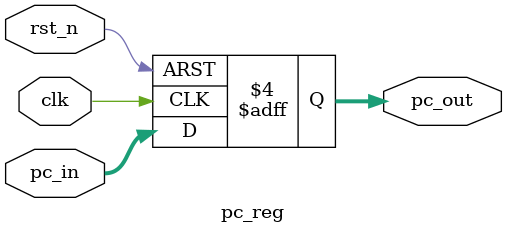
<source format=v>


// | pc_out | 8b   | output   | 更新后的pc值         |
// ****************************************

module pc_reg (
    clk,        // 时钟
    rst_n,      // 复位
    pc_in,      // PC 想要更新的PC值   
    pc_out      // 更新后的PC值
);

    input clk;
    input rst_n;
    input [7:0] pc_in;

    output reg [7: 0] pc_out;

    always @(posedge clk or negedge rst_n) begin    // 时钟上升沿 或者 复位端被触发
        if (!rst_n)         // 如果复位端被触发
            pc_out <= 8'd0; // 置零
        else
            pc_out <= (pc_in);   // 输出下一个pc值
    end

    initial begin
        pc_out <= 8'd0;
    end

endmodule
</source>
